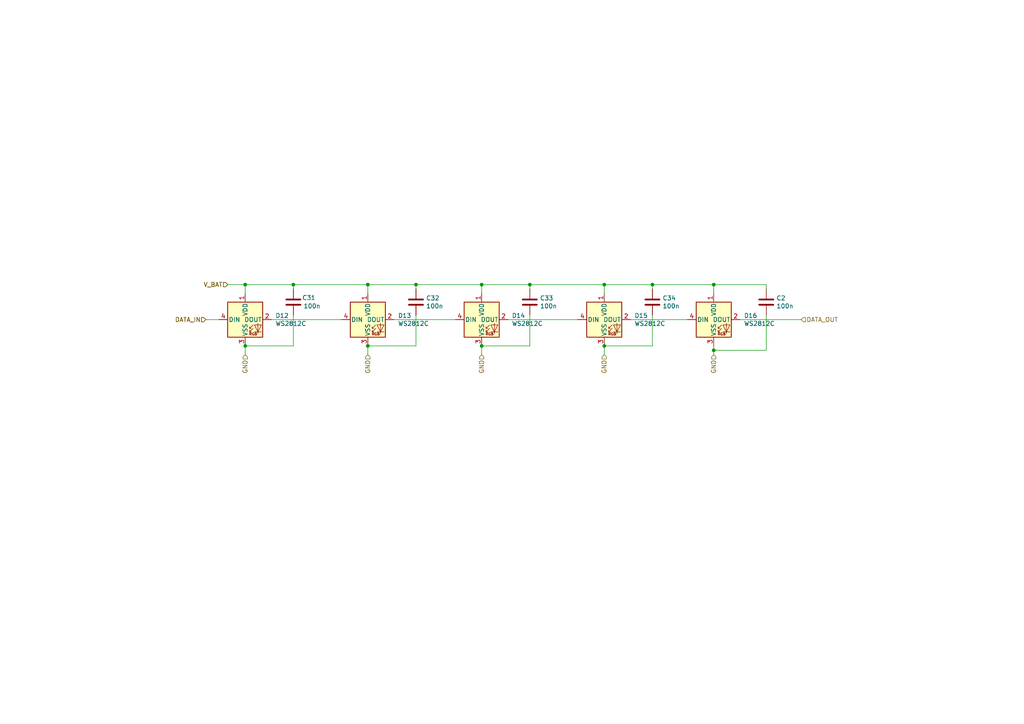
<source format=kicad_sch>
(kicad_sch (version 20211123) (generator eeschema)
  (paper "A4")
  (lib_symbols
    (symbol "Device:C" (pin_numbers hide) (pin_names (offset 0.254))
      (property "Reference" "C" (at 0.635 2.54 0))
      (property "Value" "C" (at 0.635 -2.54 0))
      (symbol "C_0_1"
        (polyline (pts (xy -2.032 -0.762) (xy 2.032 -0.762)) (stroke (width 0.508)))
        (polyline (pts (xy -2.032 0.762) (xy 2.032 0.762)) (stroke (width 0.508)))
      )
      (symbol "C_1_1"
        (pin passive line (at 0 3.81 270) (length 2.794) (name "~") (number "1"))
        (pin passive line (at 0 -3.81 90) (length 2.794) (name "~") (number "2"))
      )
    )
    (symbol "LED:WS2812B" (pin_names (offset 0.254))
      (property "Reference" "D" (at 5.08 5.715 0))
      (property "Value" "WS2812B" (at 1.27 -5.715 0))
      (symbol "WS2812B_0_0"
        (text "RGB" (at 2.286 -4.191 0) (effects (font (size 0.762 0.762))))
      )
      (symbol "WS2812B_0_1"
        (polyline (pts (xy 1.27 -3.556) (xy 1.778 -3.556)))
        (polyline (pts (xy 1.27 -2.54) (xy 1.778 -2.54)))
        (polyline (pts (xy 4.699 -3.556) (xy 2.667 -3.556)))
        (polyline (pts (xy 2.286 -2.54) (xy 1.27 -3.556) (xy 1.27 -3.048)))
        (polyline (pts (xy 2.286 -1.524) (xy 1.27 -2.54) (xy 1.27 -2.032)))
        (polyline (pts (xy 3.683 -1.016) (xy 3.683 -3.556) (xy 3.683 -4.064)))
        (polyline (pts (xy 4.699 -1.524) (xy 2.667 -1.524) (xy 3.683 -3.556) (xy 4.699 -1.524)))
        (rectangle (start 5.08 5.08) (end -5.08 -5.08) (stroke (width 0.254)) (fill (type background)))
      )
      (symbol "WS2812B_1_1"
        (pin power_in line (at 0 7.62 270) (length 2.54) (name "VDD") (number "1"))
        (pin output line (at 7.62 0 180) (length 2.54) (name "DOUT") (number "2"))
        (pin power_in line (at 0 -7.62 90) (length 2.54) (name "VSS") (number "3"))
        (pin input line (at -7.62 0 0) (length 2.54) (name "DIN") (number "4"))
      )
    )
  )
  (junction (at 71.12 100.33))
  (junction (at 85.09 82.55))
  (junction (at 139.7 100.33))
  (junction (at 106.68 100.33))
  (junction (at 106.68 82.55))
  (junction (at 120.65 82.55))
  (junction (at 175.26 100.33))
  (junction (at 207.01 101.6))
  (junction (at 189.23 82.55))
  (junction (at 139.7 82.55))
  (junction (at 175.26 82.55))
  (junction (at 153.67 82.55))
  (junction (at 71.12 82.55))
  (junction (at 207.01 82.55))
  (wire (pts (xy 222.25 82.55) (xy 207.01 82.55)))
  (wire (pts (xy 114.3 92.71) (xy 132.08 92.71)))
  (wire (pts (xy 139.7 82.55) (xy 153.67 82.55)))
  (wire (pts (xy 175.26 82.55) (xy 189.23 82.55)))
  (wire (pts (xy 214.63 92.71) (xy 232.41 92.71)))
  (wire (pts (xy 139.7 85.09) (xy 139.7 82.55)))
  (wire (pts (xy 147.32 92.71) (xy 167.64 92.71)))
  (wire (pts (xy 153.67 82.55) (xy 153.67 83.82)))
  (wire (pts (xy 71.12 102.87) (xy 71.12 100.33)))
  (wire (pts (xy 85.09 91.44) (xy 85.09 100.33)))
  (wire (pts (xy 222.25 91.44) (xy 222.25 101.6)))
  (wire (pts (xy 207.01 85.09) (xy 207.01 82.55)))
  (wire (pts (xy 120.65 91.44) (xy 120.65 100.33)))
  (wire (pts (xy 207.01 101.6) (xy 207.01 100.33)))
  (wire (pts (xy 175.26 102.87) (xy 175.26 100.33)))
  (wire (pts (xy 63.5 92.71) (xy 59.69 92.71)))
  (wire (pts (xy 106.68 82.55) (xy 85.09 82.55)))
  (wire (pts (xy 222.25 101.6) (xy 207.01 101.6)))
  (wire (pts (xy 71.12 85.09) (xy 71.12 82.55)))
  (wire (pts (xy 120.65 82.55) (xy 139.7 82.55)))
  (wire (pts (xy 71.12 82.55) (xy 85.09 82.55)))
  (wire (pts (xy 85.09 82.55) (xy 85.09 83.82)))
  (wire (pts (xy 207.01 102.87) (xy 207.01 101.6)))
  (wire (pts (xy 120.65 100.33) (xy 106.68 100.33)))
  (wire (pts (xy 85.09 100.33) (xy 71.12 100.33)))
  (wire (pts (xy 66.04 82.55) (xy 71.12 82.55)))
  (wire (pts (xy 189.23 91.44) (xy 189.23 100.33)))
  (wire (pts (xy 120.65 82.55) (xy 120.65 83.82)))
  (wire (pts (xy 153.67 100.33) (xy 139.7 100.33)))
  (wire (pts (xy 153.67 91.44) (xy 153.67 100.33)))
  (wire (pts (xy 175.26 85.09) (xy 175.26 82.55)))
  (wire (pts (xy 189.23 82.55) (xy 189.23 83.82)))
  (wire (pts (xy 199.39 92.71) (xy 182.88 92.71)))
  (wire (pts (xy 106.68 102.87) (xy 106.68 100.33)))
  (wire (pts (xy 106.68 85.09) (xy 106.68 82.55)))
  (wire (pts (xy 78.74 92.71) (xy 99.06 92.71)))
  (wire (pts (xy 207.01 82.55) (xy 189.23 82.55)))
  (wire (pts (xy 106.68 82.55) (xy 120.65 82.55)))
  (wire (pts (xy 189.23 100.33) (xy 175.26 100.33)))
  (wire (pts (xy 153.67 82.55) (xy 175.26 82.55)))
  (wire (pts (xy 222.25 83.82) (xy 222.25 82.55)))
  (wire (pts (xy 139.7 102.87) (xy 139.7 100.33)))
  (hierarchical_label "V_BAT" (shape input) (at 66.04 82.55 180))
  (hierarchical_label "GND" (shape input) (at 175.26 102.87 270))
  (hierarchical_label "V_BAT" (shape input) (at 66.04 82.55 180))
  (hierarchical_label "DATA_IN" (shape input) (at 59.69 92.71 180))
  (hierarchical_label "GND" (shape input) (at 106.68 102.87 270))
  (hierarchical_label "GND" (shape input) (at 139.7 102.87 270))
  (hierarchical_label "GND" (shape input) (at 207.01 102.87 270))
  (hierarchical_label "GND" (shape input) (at 71.12 102.87 270))
  (hierarchical_label "DATA_OUT" (shape input) (at 232.41 92.71 0))
  (hierarchical_label "DATA_IN" (shape input) (at 59.69 92.71 180))
  (symbol (lib_id "LED:WS2812B") (at 71.12 92.71 0) (unit 1)
    (property "Reference" "D12" (at 79.8576 91.5416 0) (effects (justify left)))
    (property "Value" "WS2812C" (at 79.8576 93.853 0) (effects (justify left)))
    (property "Footprint" "LED_SMD:LED_WS2812B_PLCC4_5.0x5.0mm_P3.2mm" (effects hide))
    (property "Datasheet" "https://cdn-shop.adafruit.com/datasheets/WS2812B.pdf" (effects hide))
    (property "LCSC" "C2761796" (effects hide))
    (property "JLCPCB_CORRECTION" "0;0;0" (effects hide))
  )
  (symbol (lib_id "Device:C") (at 85.09 87.63 0) (unit 1)
    (property "Reference" "C31" (at 87.63 86.36 0) (effects (justify left)))
    (property "Value" "100n" (at 88.011 88.773 0) (effects (justify left)))
    (property "Footprint" "Capacitor_SMD:C_0402_1005Metric" (effects hide))
    (property "LCSC" "C1525" (effects hide))
    (property "JLCPCB_CORRECTION" "0;0;0" (effects hide))
  )
  (symbol (lib_id "LED:WS2812B") (at 106.68 92.71 0) (unit 1)
    (property "Reference" "D13" (at 115.4176 91.5416 0) (effects (justify left)))
    (property "Value" "WS2812C" (at 115.4176 93.853 0) (effects (justify left)))
    (property "Footprint" "LED_SMD:LED_WS2812B_PLCC4_5.0x5.0mm_P3.2mm" (effects hide))
    (property "Datasheet" "https://cdn-shop.adafruit.com/datasheets/WS2812B.pdf" (effects hide))
    (property "LCSC" "C2761796" (effects hide))
    (property "JLCPCB_CORRECTION" "0;0;0" (effects hide))
  )
  (symbol (lib_id "Device:C") (at 120.65 87.63 0) (unit 1)
    (property "Reference" "C32" (at 123.571 86.4616 0) (effects (justify left)))
    (property "Value" "100n" (at 123.571 88.773 0) (effects (justify left)))
    (property "Footprint" "Capacitor_SMD:C_0402_1005Metric" (effects hide))
    (property "LCSC" "C1525" (effects hide))
    (property "JLCPCB_CORRECTION" "0;0;0" (effects hide))
  )
  (symbol (lib_id "LED:WS2812B") (at 139.7 92.71 0) (unit 1)
    (property "Reference" "D14" (at 148.4376 91.5416 0) (effects (justify left)))
    (property "Value" "WS2812C" (at 148.4376 93.853 0) (effects (justify left)))
    (property "Footprint" "LED_SMD:LED_WS2812B_PLCC4_5.0x5.0mm_P3.2mm" (effects hide))
    (property "Datasheet" "https://cdn-shop.adafruit.com/datasheets/WS2812B.pdf" (effects hide))
    (property "LCSC" "C2761796" (effects hide))
    (property "JLCPCB_CORRECTION" "0;0;0" (effects hide))
  )
  (symbol (lib_id "Device:C") (at 153.67 87.63 0) (unit 1)
    (property "Reference" "C33" (at 156.591 86.4616 0) (effects (justify left)))
    (property "Value" "100n" (at 156.591 88.773 0) (effects (justify left)))
    (property "Footprint" "Capacitor_SMD:C_0402_1005Metric" (effects hide))
    (property "LCSC" "C1525" (effects hide))
    (property "JLCPCB_CORRECTION" "0;0;0" (effects hide))
  )
  (symbol (lib_id "LED:WS2812B") (at 175.26 92.71 0) (unit 1)
    (property "Reference" "D15" (at 183.9976 91.5416 0) (effects (justify left)))
    (property "Value" "WS2812C" (at 183.9976 93.853 0) (effects (justify left)))
    (property "Footprint" "LED_SMD:LED_WS2812B_PLCC4_5.0x5.0mm_P3.2mm" (effects hide))
    (property "Datasheet" "https://cdn-shop.adafruit.com/datasheets/WS2812B.pdf" (effects hide))
    (property "LCSC" "C2761796" (effects hide))
    (property "JLCPCB_CORRECTION" "0;0;0" (effects hide))
  )
  (symbol (lib_id "Device:C") (at 189.23 87.63 0) (unit 1)
    (property "Reference" "C34" (at 192.151 86.4616 0) (effects (justify left)))
    (property "Value" "100n" (at 192.151 88.773 0) (effects (justify left)))
    (property "Footprint" "Capacitor_SMD:C_0402_1005Metric" (effects hide))
    (property "LCSC" "C1525" (effects hide))
    (property "JLCPCB_CORRECTION" "0;0;0" (effects hide))
  )
  (symbol (lib_id "LED:WS2812B") (at 207.01 92.71 0) (unit 1)
    (property "Reference" "D16" (at 215.7476 91.5416 0) (effects (justify left)))
    (property "Value" "WS2812C" (at 215.7476 93.853 0) (effects (justify left)))
    (property "Footprint" "LED_SMD:LED_WS2812B_PLCC4_5.0x5.0mm_P3.2mm" (effects hide))
    (property "Datasheet" "https://cdn-shop.adafruit.com/datasheets/WS2812B.pdf" (effects hide))
    (property "LCSC" "C2761796" (effects hide))
    (property "JLCPCB_CORRECTION" "0;0;0" (effects hide))
  )
  (symbol (lib_id "Device:C") (at 222.25 87.63 0) (unit 1)
    (property "Reference" "C2" (at 225.171 86.4616 0) (effects (justify left)))
    (property "Value" "100n" (at 225.171 88.773 0) (effects (justify left)))
    (property "Footprint" "Capacitor_SMD:C_0402_1005Metric" (effects hide))
    (property "LCSC" "C1525" (effects hide))
    (property "JLCPCB_CORRECTION" "0;0;0" (effects hide))
  )
)
</source>
